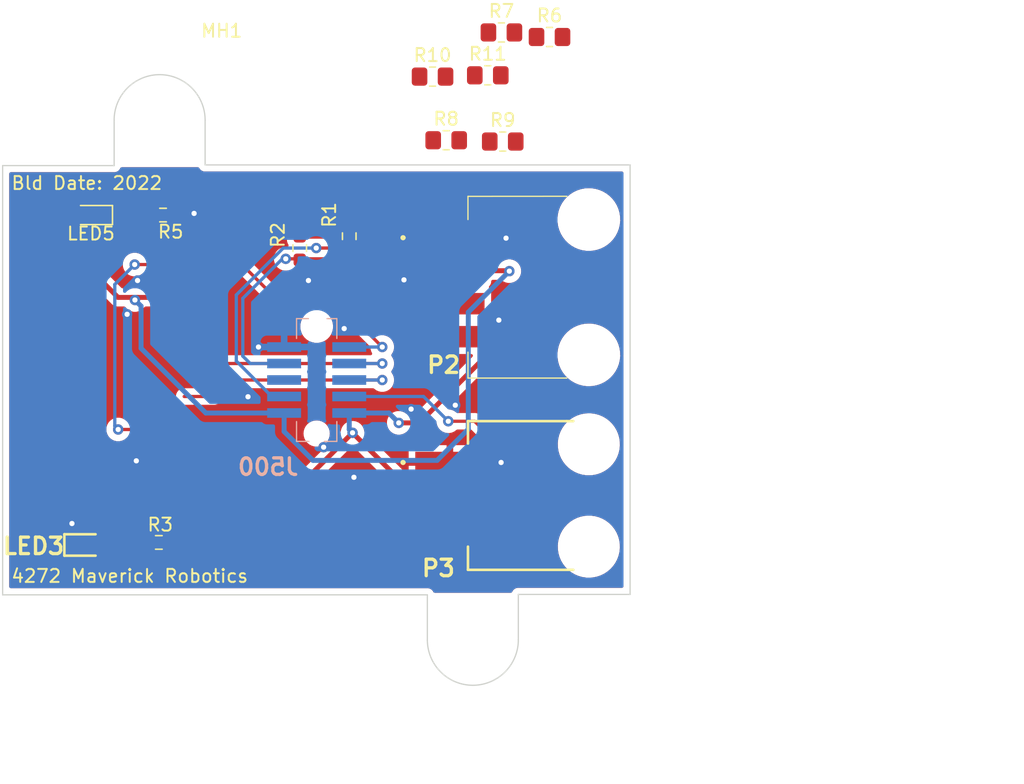
<source format=kicad_pcb>
(kicad_pcb (version 20211014) (generator pcbnew)
  (layers (0 "F.Cu" signal) (31 "B.Cu" signal) (34 "B.Paste" user) (35 "F.Paste" user) (36 "B.SilkS" user "B.Silkscreen") (37 "F.SilkS" user "F.Silkscreen") (38 "B.Mask" user) (39 "F.Mask" user) (44 "Edge.Cuts" user))
  (net 0 "")
  (net 1 "+3.3V")
  (net 2 "+5V")
  (net 3 "/ANALOG_IN")
  (net 4 "/FWD_LIM_SW")
  (net 5 "/ALT_ENC_A")
  (net 6 "/RVS_LIM_SW")
  (net 7 "GND")
  (net 8 "Net-(LED5-Pad1)")
  (net 9 "Net-(LED3-Pad2)")
  (net 10 "Net-(P2-Pad2)")
  (net 11 "Net-(P3-Pad2)")
  (net 12 "Net-(P1-Pad2)")
  (net 13 "unconnected-(J500-Pad5)")
  (net 14 "unconnected-(J500-Pad7)")
  (net 15 "unconnected-(J500-Pad9)")
  (net 16 "Net-(R3-Pad2)")
  (footprint "Resistor_SMD:R_0805_2012Metric_Pad1.20x1.40mm_HandSolder" (layer "F.Cu") (at 130.65 80.6)
    (fp_text reference "R8" (at 0 -1.65) (layer "F.SilkS"))
    (fp_text value "0")
    (fp_line (start -0.227064 0.735) (end 0.227064 0.735) (layer "F.SilkS") (width 0.12))
    (fp_line (start -0.227064 -0.735) (end 0.227064 -0.735) (layer "F.SilkS") (width 0.12))
    (pad "1" smd roundrect (at -1 0) (size 1.2 1.4) (layers "F.Cu" "F.Paste" "F.Mask") (roundrect_rratio 0.208333) (net 1 "+3.3V"))
    (pad "2" smd roundrect (at 1 0) (size 1.2 1.4) (layers "F.Cu" "F.Paste" "F.Mask") (roundrect_rratio 0.208333) (net 11 "Net-(P3-Pad2)"))
  )
  (footprint "Resistor_SMD:R_0805_2012Metric_Pad1.20x1.40mm_HandSolder" (layer "F.Cu") (at 135 80.7)
    (fp_text reference "R9" (at 0 -1.65) (layer "F.SilkS"))
    (fp_text value "0")
    (fp_line (start -0.227064 0.735) (end 0.227064 0.735) (layer "F.SilkS") (width 0.12))
    (fp_line (start -0.227064 -0.735) (end 0.227064 -0.735) (layer "F.SilkS") (width 0.12))
    (pad "1" smd roundrect (at -1 0) (size 1.2 1.4) (layers "F.Cu" "F.Paste" "F.Mask") (roundrect_rratio 0.208333) (net 2 "+5V"))
    (pad "2" smd roundrect (at 1 0) (size 1.2 1.4) (layers "F.Cu" "F.Paste" "F.Mask") (roundrect_rratio 0.208333) (net 11 "Net-(P3-Pad2)"))
  )
  (footprint "Resistor_SMD:R_0603_1608Metric_Pad0.98x0.95mm_HandSolder" (layer "F.Cu") (at 123.19 87.9875 90)
    (fp_text reference "R1" (at 1.6375 -1.54 90) (layer "F.SilkS"))
    (fp_text value "10K" hide)
    (fp_line (start -0.254724 0.5225) (end 0.254724 0.5225) (layer "F.SilkS") (width 0.12))
    (fp_line (start -0.254724 -0.5225) (end 0.254724 -0.5225) (layer "F.SilkS") (width 0.12))
    (pad "1" smd roundrect (at -0.9125 0 90) (size 0.975 0.95) (layers "F.Cu" "F.Paste" "F.Mask") (net 4 "/FWD_LIM_SW"))
    (pad "2" smd roundrect (at 0.9125 0 90) (size 0.975 0.95) (layers "F.Cu" "F.Paste" "F.Mask") (net 1 "+3.3V"))
  )
  (footprint "Resistor_SMD:R_0805_2012Metric_Pad1.20x1.40mm_HandSolder" (layer "F.Cu") (at 129.6 75.7)
    (fp_text reference "R10" (at 0 -1.65) (layer "F.SilkS"))
    (fp_text value "0")
    (fp_line (start -0.227064 0.735) (end 0.227064 0.735) (layer "F.SilkS") (width 0.12))
    (fp_line (start -0.227064 -0.735) (end 0.227064 -0.735) (layer "F.SilkS") (width 0.12))
    (pad "1" smd roundrect (at -1 0) (size 1.2 1.4) (layers "F.Cu" "F.Paste" "F.Mask") (roundrect_rratio 0.208333) (net 1 "+3.3V"))
    (pad "2" smd roundrect (at 1 0) (size 1.2 1.4) (layers "F.Cu" "F.Paste" "F.Mask") (roundrect_rratio 0.208333) (net 12 "Net-(P1-Pad2)"))
  )
  (footprint "" (layer "F.Cu") (at 108.600714 79 180)
    (fp_text reference "" (at 0 0) (layer "F.SilkS") (effects (font (size 1.27 1.27))))
    (fp_text value "" (at 0 0) (layer "F.SilkS") (effects (font (size 1.27 1.27))))
    (pad "" np_thru_hole circle (at 0 0 180) (size 3.2 3.2) (drill 3.2) (layers F&B.Cu *.Mask))
  )
  (footprint "MountingHole:MountingHole_3.2mm_M3" (layer "F.Cu") (at 132.7 119.1)
    (fp_text reference "MH2" hide)
    (fp_text value "MountingHole" hide)
    (pad "" np_thru_hole circle (at 0 0) (size 3.2 3.2) (drill 3.2) (layers F&B.Cu *.Mask))
  )
  (footprint "Resistor_SMD:R_0603_1608Metric_Pad0.98x0.95mm_HandSolder" (layer "F.Cu") (at 108.8625 86.36)
    (fp_text reference "R5" (at 0.5875 1.29) (layer "F.SilkS"))
    (fp_text value "301" hide)
    (fp_line (start -0.254724 -0.5225) (end 0.254724 -0.5225) (layer "F.SilkS") (width 0.12))
    (fp_line (start -0.254724 0.5225) (end 0.254724 0.5225) (layer "F.SilkS") (width 0.12))
    (pad "1" smd roundrect (at -0.9125 0) (size 0.975 0.95) (layers "F.Cu" "F.Paste" "F.Mask") (net 8 "Net-(LED5-Pad1)"))
    (pad "2" smd roundrect (at 0.9125 0) (size 0.975 0.95) (layers "F.Cu" "F.Paste" "F.Mask") (net 7 "GND"))
  )
  (footprint "import:LEDC1608X80N" (layer "F.Cu") (at 102.87 111.76)
    (fp_text reference "LED3" (at -3.97 0.09) (layer "F.SilkS") (effects (font (size 1.27 1.27) (thickness 0.254))))
    (fp_text value "LTST-C190KGKT" hide)
    (fp_line (start -1.6 0.825) (end 0.8 0.825) (layer "F.SilkS") (width 0.2))
    (fp_line (start 0.8 -0.825) (end -1.6 -0.825) (layer "F.SilkS") (width 0.2))
    (fp_line (start -1.6 -0.825) (end -1.6 0.825) (layer "F.SilkS") (width 0.2))
    (pad "1" smd rect locked (at -0.8 0) (size 0.9 0.95) (layers "F.Cu" "F.Paste" "F.Mask") (net 7 "GND"))
    (pad "2" smd rect locked (at 0.8 0) (size 0.9 0.95) (layers "F.Cu" "F.Paste" "F.Mask") (net 9 "Net-(LED3-Pad2)"))
  )
  (footprint "Resistor_SMD:R_0603_1608Metric_Pad0.98x0.95mm_HandSolder" (layer "F.Cu") (at 119.38 88.9 -90)
    (fp_text reference "R2" (at -1 1.68 90) (layer "F.SilkS"))
    (fp_text value "10K" hide)
    (fp_line (start -0.254724 -0.5225) (end 0.254724 -0.5225) (layer "F.SilkS") (width 0.12))
    (fp_line (start -0.254724 0.5225) (end 0.254724 0.5225) (layer "F.SilkS") (width 0.12))
    (pad "1" smd roundrect (at -0.9125 0 270) (size 0.975 0.95) (layers "F.Cu" "F.Paste" "F.Mask") (net 1 "+3.3V"))
    (pad "2" smd roundrect (at 0.9125 0 270) (size 0.975 0.95) (layers "F.Cu" "F.Paste" "F.Mask") (net 6 "/RVS_LIM_SW"))
  )
  (footprint "import:15917030" (layer "F.Cu") (at 138.43 107.95 90)
    (fp_text reference "P3" (at -5.6 -8.38 180) (layer "F.SilkS") (effects (font (size 1.27 1.27) (thickness 0.254))))
    (fp_text value "15-91-7030" hide)
    (fp_line (start 2.54 -11.2) (end 2.54 -11.2) (layer "F.SilkS") (width 0.2))
    (fp_line (start 5.725 -6.105) (end 5.725 1.5) (layer "F.SilkS") (width 0.2))
    (fp_line (start 2.54 -11) (end 2.54 -11) (layer "F.SilkS") (width 0.2))
    (fp_line (start 4 -6.105) (end 5.725 -6.105) (layer "F.SilkS") (width 0.2))
    (fp_line (start 5.725 1.5) (end 5.725 2) (layer "F.SilkS") (width 0.2))
    (fp_line (start -5.725 2) (end -5.725 -6.105) (layer "F.SilkS") (width 0.2))
    (fp_line (start -5.725 -6.105) (end -3.94 -6.105) (layer "F.SilkS") (width 0.2))
    (fp_arc (start 2.54 -11) (mid 2.44 -11.1) (end 2.54 -11.2) (layer "F.SilkS") (width 0.2))
    (fp_arc (start 2.54 -11.2) (mid 2.64 -11.1) (end 2.54 -11) (layer "F.SilkS") (width 0.2))
    (pad "" np_thru_hole circle (at -3.94 3.195 90) (size 3.76 3.76) (drill 3.76) (layers *.Cu *.Mask))
    (pad "" np_thru_hole circle (at 3.94 3.195 90) (size 3.76 3.76) (drill 3.76) (layers *.Cu *.Mask))
    (pad "1" smd rect (at 2.54 -7.495 90) (size 1.65 5.33) (layers "F.Cu" "F.Paste" "F.Mask") (net 7 "GND"))
    (pad "2" smd rect (at 0 -7.495 90) (size 1.65 5.33) (layers "F.Cu" "F.Paste" "F.Mask") (net 1 "+3.3V"))
    (pad "3" smd rect (at -2.54 -7.495 90) (size 1.65 5.33) (layers "F.Cu" "F.Paste" "F.Mask") (net 3 "/ANALOG_IN"))
  )
  (footprint "MountingHole:MountingHole_3.2mm_M3" (layer "F.Cu") (at 113.375 76.375)
    (fp_text reference "MH1" (at 0 -4.2) (layer "F.SilkS"))
    (fp_text value "MountingHole")
    (pad "" np_thru_hole circle (at 0 0) (size 3.2 3.2) (drill 3.2) (layers *.Cu *.Mask))
  )
  (footprint "import:0015912045" (layer "F.Cu") (at 138.43 91.915 90)
    (fp_text reference "P2" (at -5.985 -7.98 180) (layer "F.SilkS") (effects (font (size 1.27 1.27) (thickness 0.254))))
    (fp_text value "0015912045" hide)
    (fp_line (start -6.995 -6.105) (end -6.995 1.5) (layer "F.SilkS") (width 0.1))
    (fp_line (start 5.21 -6.105) (end 6.995 -6.105) (layer "F.SilkS") (width 0.1))
    (fp_line (start 3.81 -11) (end 3.81 -11) (layer "F.SilkS") (width 0.2))
    (fp_line (start 6.995 -6.105) (end 7 1.5) (layer "F.SilkS") (width 0.1))
    (fp_line (start -5 -6.105) (end -6.995 -6.105) (layer "F.SilkS") (width 0.1))
    (fp_line (start 3.81 -11.2) (end 3.81 -11.2) (layer "F.SilkS") (width 0.2))
    (fp_arc (start 3.81 -11.2) (mid 3.91 -11.1) (end 3.81 -11) (layer "F.SilkS") (width 0.2))
    (fp_arc (start 3.81 -11) (mid 3.71 -11.1) (end 3.81 -11.2) (layer "F.SilkS") (width 0.2))
    (pad "" np_thru_hole circle (at -5.21 3.195 90) (size 3.81 3.81) (drill 3.81) (layers *.Cu *.Mask))
    (pad "" np_thru_hole circle (at 5.21 3.195 90) (size 3.81 3.81) (drill 3.81) (layers *.Cu *.Mask))
    (pad "1" smd rect (at 3.81 -7.495 90) (size 1.65 5.33) (layers "F.Cu" "F.Paste" "F.Mask") (net 7 "GND"))
    (pad "2" smd rect (at 1.27 -7.495 90) (size 1.65 5.33) (layers "F.Cu" "F.Paste" "F.Mask") (net 2 "+5V"))
    (pad "3" smd rect (at -1.27 -7.495 90) (size 1.65 5.33) (layers "F.Cu" "F.Paste" "F.Mask") (net 4 "/FWD_LIM_SW"))
    (pad "4" smd rect (at -3.81 -7.495 90) (size 1.65 5.33) (layers "F.Cu" "F.Paste" "F.Mask") (net 6 "/RVS_LIM_SW"))
  )
  (footprint "Resistor_SMD:R_0805_2012Metric_Pad1.20x1.40mm_HandSolder" (layer "F.Cu") (at 134.9 72.3)
    (fp_text reference "R7" (at 0 -1.65) (layer "F.SilkS"))
    (fp_text value "0")
    (fp_line (start -0.227064 0.735) (end 0.227064 0.735) (layer "F.SilkS") (width 0.12))
    (fp_line (start -0.227064 -0.735) (end 0.227064 -0.735) (layer "F.SilkS") (width 0.12))
    (pad "1" smd roundrect (at -1 0) (size 1.2 1.4) (layers "F.Cu" "F.Paste" "F.Mask") (roundrect_rratio 0.208333) (net 2 "+5V"))
    (pad "2" smd roundrect (at 1 0) (size 1.2 1.4) (layers "F.Cu" "F.Paste" "F.Mask") (roundrect_rratio 0.208333) (net 10 "Net-(P2-Pad2)"))
  )
  (footprint "Resistor_SMD:R_0805_2012Metric_Pad1.20x1.40mm_HandSolder" (layer "F.Cu") (at 138.6 72.65)
    (fp_text reference "R6" (at 0 -1.65) (layer "F.SilkS"))
    (fp_text value "0")
    (fp_line (start -0.227064 -0.735) (end 0.227064 -0.735) (layer "F.SilkS") (width 0.12))
    (fp_line (start -0.227064 0.735) (end 0.227064 0.735) (layer "F.SilkS") (width 0.12))
    (pad "1" smd roundrect (at -1 0) (size 1.2 1.4) (layers "F.Cu" "F.Paste" "F.Mask") (roundrect_rratio 0.208333) (net 10 "Net-(P2-Pad2)"))
    (pad "2" smd roundrect (at 1 0) (size 1.2 1.4) (layers "F.Cu" "F.Paste" "F.Mask") (roundrect_rratio 0.208333) (net 1 "+3.3V"))
  )
  (footprint "Resistor_SMD:R_0603_1608Metric_Pad0.98x0.95mm_HandSolder" (layer "F.Cu") (at 108.54 111.565 180)
    (fp_text reference "R3" (at -0.11 1.365) (layer "F.SilkS"))
    (fp_text value "137" hide)
    (fp_line (start -0.254724 -0.5225) (end 0.254724 -0.5225) (layer "F.SilkS") (width 0.12))
    (fp_line (start -0.254724 0.5225) (end 0.254724 0.5225) (layer "F.SilkS") (width 0.12))
    (pad "1" smd roundrect (at -0.9125 0 180) (size 0.975 0.95) (layers "F.Cu" "F.Paste" "F.Mask") (net 1 "+3.3V"))
    (pad "2" smd roundrect (at 0.9125 0 180) (size 0.975 0.95) (layers "F.Cu" "F.Paste" "F.Mask") (net 16 "Net-(R3-Pad2)"))
  )
  (footprint "LED_SMD:LED_0603_1608Metric_Pad1.05x0.95mm_HandSolder" (layer "F.Cu") (at 103.3125 86.36 180)
    (fp_text reference "LED5" (at 0 -1.43 180) (layer "F.SilkS"))
    (fp_text value "LTST-C190KGKT")
    (fp_line (start -1.66 0.735) (end 0.8 0.735) (layer "F.SilkS") (width 0.12))
    (fp_line (start -1.66 -0.735) (end -1.66 0.735) (layer "F.SilkS") (width 0.12))
    (fp_line (start 0.8 -0.735) (end -1.66 -0.735) (layer "F.SilkS") (width 0.12))
    (pad "1" smd roundrect (at -0.875 0 180) (size 1.05 0.95) (layers "F.Cu" "F.Paste" "F.Mask") (net 8 "Net-(LED5-Pad1)"))
    (pad "2" smd roundrect (at 0.875 0 180) (size 1.05 0.95) (layers "F.Cu" "F.Paste" "F.Mask") (net 2 "+5V"))
  )
  (footprint "Resistor_SMD:R_0805_2012Metric_Pad1.20x1.40mm_HandSolder" (layer "F.Cu") (at 133.85 75.6)
    (fp_text reference "R11" (at 0 -1.65) (layer "F.SilkS"))
    (fp_text value "0")
    (fp_line (start -0.227064 0.735) (end 0.227064 0.735) (layer "F.SilkS") (width 0.12))
    (fp_line (start -0.227064 -0.735) (end 0.227064 -0.735) (layer "F.SilkS") (width 0.12))
    (pad "1" smd roundrect (at -1 0) (size 1.2 1.4) (layers "F.Cu" "F.Paste" "F.Mask") (roundrect_rratio 0.208333) (net 2 "+5V"))
    (pad "2" smd roundrect (at 1 0) (size 1.2 1.4) (layers "F.Cu" "F.Paste" "F.Mask") (roundrect_rratio 0.208333) (net 12 "Net-(P1-Pad2)"))
  )
  (footprint "import:M503110542_MOD" (layer "B.Cu") (at 120.685 99.06 90)
    (fp_text reference "J500" (at -6.69 -3.735) (layer "B.SilkS") (effects (font (size 1.27 1.27) (thickness 0.254)) (justify mirror)))
    (fp_text value "M50-3110542" hide)
    (fp_line (start -4.725 0.6) (end -4.725 1.55) (layer "B.SilkS") (width 0.1))
    (fp_line (start 4.725 -1.55) (end 4.725 -0.635) (layer "B.SilkS") (width 0.1))
    (fp_line (start -4.725 -1.55) (end -3.2 -1.55) (layer "B.SilkS") (width 0.1))
    (fp_line (start 4.725 1.55) (end 4.725 0.8) (layer "B.SilkS") (width 0.1))
    (fp_line (start 3.2 1.55) (end 4.725 1.55) (layer "B.SilkS") (width 0.1))
    (fp_line (start 3.2 -1.55) (end 4.725 -1.55) (layer "B.SilkS") (width 0.1))
    (fp_line (start -4.725 1.55) (end -3.2 1.55) (layer "B.SilkS") (width 0.1))
    (fp_line (start -4.725 -0.6) (end -4.725 -1.55) (layer "B.SilkS") (width 0.1))
    (pad "" np_thru_hole circle (at 4.12 0 90) (size 1.5 1.5) (drill 1.5) (layers *.Cu *.Mask))
    (pad "" np_thru_hole circle (at -4.12 0 90) (size 1 1) (drill 1) (layers *.Cu *.Mask))
    (pad "1" smd rect (at -2.54 2.505 90) (size 0.74 2.61) (layers "B.Cu" "B.Paste" "B.Mask") (net 1 "+3.3V"))
    (pad "2" smd rect (at -2.54 -2.505 90) (size 0.74 2.61) (layers "B.Cu" "B.Paste" "B.Mask") (net 2 "+5V"))
    (pad "3" smd rect (at -1.27 2.505 90) (size 0.74 2.61) (layers "B.Cu" "B.Paste" "B.Mask") (net 3 "/ANALOG_IN"))
    (pad "4" smd rect (at -1.27 -2.505 90) (size 0.74 2.61) (layers "B.Cu" "B.Paste" "B.Mask") (net 4 "/FWD_LIM_SW"))
    (pad "5" smd rect (at 0 2.505 90) (size 0.74 2.61) (layers "B.Cu" "B.Paste" "B.Mask") (net 13 "unconnected-(J500-Pad5)"))
    (pad "6" smd rect (at 0 -2.505 90) (size 0.74 2.61) (layers "B.Cu" "B.Paste" "B.Mask") (net 5 "/ALT_ENC_A"))
    (pad "7" smd rect (at 1.27 2.505 90) (size 0.74 2.61) (layers "B.Cu" "B.Paste" "B.Mask") (net 14 "unconnected-(J500-Pad7)"))
    (pad "8" smd rect (at 1.27 -2.505 90) (size 0.74 2.61) (layers "B.Cu" "B.Paste" "B.Mask") (net 6 "/RVS_LIM_SW"))
    (pad "9" smd rect (at 2.54 2.505 90) (size 0.74 2.61) (layers "B.Cu" "B.Paste" "B.Mask") (net 15 "unconnected-(J500-Pad9)"))
    (pad "10" smd rect (at 2.54 -2.505 90) (size 0.74 2.61) (layers "B.Cu" "B.Paste" "B.Mask") (net 7 "GND"))
  )
  (gr_line (start 105.1 79.05) (end 105.1 82.55) (layer "Edge.Cuts") (width 0.1))
  (gr_line (start 136.200714 119.07) (end 136.200714 115.57) (layer "Edge.Cuts") (width 0.1))
  (gr_arc (start 136.200714 119.07) (mid 132.715649 122.570033) (end 129.200714 119.1) (layer "Edge.Cuts") (width 0.1))
  (gr_line (start 129.200714 119.1) (end 129.200714 115.6) (layer "Edge.Cuts") (width 0.1))
  (gr_arc (start 105.1 79.05) (mid 108.6 75.55) (end 112.1 79.05) (layer "Edge.Cuts") (width 0.1))
  (gr_line (start 96.52 82.55) (end 105.1 82.55) (layer "Edge.Cuts") (width 0.1))
  (gr_line (start 112.1 79.05) (end 112.1 82.5) (layer "Edge.Cuts") (width 0.1))
  (gr_line (start 144.8 82.5) (end 144.8 115.57) (layer "Edge.Cuts") (width 0.1))
  (gr_line (start 144.8 115.57) (end 136.200714 115.57) (layer "Edge.Cuts") (width 0.1))
  (gr_line (start 96.52 115.6) (end 96.52 82.55) (layer "Edge.Cuts") (width 0.1))
  (gr_line (start 129.200714 115.6) (end 96.52 115.6) (layer "Edge.Cuts") (width 0.1))
  (gr_line (start 112.1 82.5) (end 144.8 82.5) (layer "Edge.Cuts") (width 0.1))
  (gr_text "4272 Maverick Robotics" (at 106.3 114.15) (layer "F.SilkS") (effects (font (size 1 1))))
  (gr_text "Bld Date: 2022" (at 103 83.9) (layer "F.SilkS") (effects (font (size 1 1))))
  (segment (start 123.19 87.075) (end 123.19 87.26) (width 0.381) (layer "F.Cu") (net 1))
  (segment (start 124.159 86.106) (end 136.398 86.106) (width 0.381) (layer "F.Cu") (net 1))
  (segment (start 123.444 103.124) (end 118.618 107.95) (width 0.381) (layer "F.Cu") (net 1))
  (segment (start 115.035 111.565) (end 109.4525 111.565) (width 0.381) (layer "F.Cu") (net 1))
  (segment (start 123.19 87.075) (end 124.159 86.106) (width 0.381) (layer "F.Cu") (net 1))
  (segment (start 137.414 93.517) (end 130.9405 99.9905) (width 0.381) (layer "F.Cu") (net 1))
  (segment (start 128.569 102.362) (end 127 102.362) (width 0.381) (layer "F.Cu") (net 1))
  (segment (start 136.398 86.106) (end 137.414 87.122) (width 0.381) (layer "F.Cu") (net 1))
  (segment (start 130.9405 99.9905) (end 130.6905 100.2405) (width 0.381) (layer "F.Cu") (net 1))
  (segment (start 130.6905 100.2405) (end 128.569 102.362) (width 0.381) (layer "F.Cu") (net 1))
  (segment (start 118.618 107.95) (end 118.618 107.982) (width 0.381) (layer "F.Cu") (net 1))
  (segment (start 118.618 107.982) (end 115.035 111.565) (width 0.381) (layer "F.Cu") (net 1))
  (segment (start 123.444 103.124) (end 128.27 107.95) (width 0.381) (layer "F.Cu") (net 1))
  (segment (start 128.27 107.95) (end 130.935 107.95) (width 0.381) (layer "F.Cu") (net 1))
  (segment (start 122.4625 87.9875) (end 119.38 87.9875) (width 0.381) (layer "F.Cu") (net 1))
  (segment (start 123.19 87.26) (end 122.4625 87.9875) (width 0.381) (layer "F.Cu") (net 1))
  (segment (start 137.414 87.122) (end 137.414 93.517) (width 0.381) (layer "F.Cu") (net 1))
  (via (at 127 102.362) (size 0.8) (drill 0.4) (layers "F.Cu" "B.Cu") (net 1))
  (via (at 123.444 103.124) (size 0.8) (drill 0.4) (layers "F.Cu" "B.Cu") (net 1))
  (segment (start 127 102.362) (end 126.238 101.6) (width 0.381) (layer "B.Cu") (net 1))
  (segment (start 126.238 101.6) (end 123.19 101.6) (width 0.381) (layer "B.Cu") (net 1))
  (segment (start 123.19 101.6) (end 123.19 102.87) (width 0.381) (layer "B.Cu") (net 1))
  (segment (start 123.19 102.87) (end 123.444 103.124) (width 0.381) (layer "B.Cu") (net 1))
  (segment (start 135.476 90.645) (end 135.509 90.678) (width 0.381) (layer "F.Cu") (net 2))
  (segment (start 106.5 92.7) (end 105.4 92.7) (width 0.381) (layer "F.Cu") (net 2))
  (segment (start 106.7 92.9) (end 106.5 92.7) (width 0.381) (layer "F.Cu") (net 2))
  (segment (start 130.935 90.645) (end 135.476 90.645) (width 0.381) (layer "F.Cu") (net 2))
  (segment (start 110.48 92.7) (end 110.49 92.71) (width 0.381) (layer "F.Cu") (net 2))
  (segment (start 106.9 92.7) (end 110.48 92.7) (width 0.381) (layer "F.Cu") (net 2))
  (segment (start 102.5125 89.8125) (end 102.5125 86.36) (width 0.381) (layer "F.Cu") (net 2))
  (segment (start 106.7 92.9) (end 106.9 92.7) (width 0.381) (layer "F.Cu") (net 2))
  (segment (start 105.4 92.7) (end 102.5125 89.8125) (width 0.381) (layer "F.Cu") (net 2))
  (via (at 106.7 92.9) (size 0.8) (drill 0.4) (layers "F.Cu" "B.Cu") (net 2))
  (via (at 135.509 90.678) (size 0.8) (drill 0.4) (layers "F.Cu" "B.Cu") (net 2))
  (segment (start 107.172349 96.618663) (end 112.153686 101.6) (width 0.381) (layer "B.Cu") (net 2))
  (segment (start 106.7 92.9) (end 107.172349 93.372349) (width 0.381) (layer "B.Cu") (net 2))
  (segment (start 132.35 93.837) (end 132.35 102.85) (width 0.381) (layer "B.Cu") (net 2))
  (segment (start 120.4 105.25) (end 118.18 103.03) (width 0.381) (layer "B.Cu") (net 2))
  (segment (start 129.95 105.25) (end 120.4 105.25) (width 0.381) (layer "B.Cu") (net 2))
  (segment (start 132.35 102.85) (end 129.95 105.25) (width 0.381) (layer "B.Cu") (net 2))
  (segment (start 112.153686 101.6) (end 118.18 101.6) (width 0.381) (layer "B.Cu") (net 2))
  (segment (start 118.18 103.03) (end 118.18 101.6) (width 0.381) (layer "B.Cu") (net 2))
  (segment (start 107.172349 93.372349) (end 107.172349 96.618663) (width 0.381) (layer "B.Cu") (net 2))
  (segment (start 135.509 90.678) (end 132.35 93.837) (width 0.381) (layer "B.Cu") (net 2))
  (segment (start 135.599 104.999) (end 132.835 102.235) (width 0.25) (layer "F.Cu") (net 3))
  (segment (start 132.66 110.49) (end 135.599 107.551) (width 0.25) (layer "F.Cu") (net 3))
  (segment (start 135.599 107.551) (end 135.599 104.999) (width 0.25) (layer "F.Cu") (net 3))
  (segment (start 130.935 110.49) (end 132.66 110.49) (width 0.25) (layer "F.Cu") (net 3))
  (segment (start 132.835 102.235) (end 130.81 102.235) (width 0.25) (layer "F.Cu") (net 3))
  (via (at 130.81 102.235) (size 0.8) (drill 0.4) (layers "F.Cu" "B.Cu") (net 3))
  (segment (start 130.81 102.235) (end 128.905 100.33) (width 0.25) (layer "B.Cu") (net 3))
  (segment (start 128.905 100.33) (end 123.19 100.33) (width 0.25) (layer "B.Cu") (net 3))
  (segment (start 123.19 88.9) (end 127.475 93.185) (width 0.25) (layer "F.Cu") (net 4))
  (segment (start 127.475 93.185) (end 130.935 93.185) (width 0.25) (layer "F.Cu") (net 4))
  (segment (start 120.65 88.9) (end 123.19 88.9) (width 0.25) (layer "F.Cu") (net 4))
  (via (at 120.65 88.9) (size 0.8) (drill 0.4) (layers "F.Cu" "B.Cu") (net 4))
  (segment (start 117.23 100.33) (end 118.18 100.33) (width 0.25) (layer "B.Cu") (net 4))
  (segment (start 120.65 88.9) (end 118.11 88.9) (width 0.25) (layer "B.Cu") (net 4))
  (segment (start 114.5 92.51) (end 114.5 97.6) (width 0.25) (layer "B.Cu") (net 4))
  (segment (start 118.11 88.9) (end 114.5 92.51) (width 0.25) (layer "B.Cu") (net 4))
  (segment (start 114.5 97.6) (end 117.23 100.33) (width 0.25) (layer "B.Cu") (net 4))
  (segment (start 118.304799 89.729799) (end 123.329799 89.729799) (width 0.25) (layer "F.Cu") (net 6))
  (segment (start 129.325 95.725) (end 130.935 95.725) (width 0.25) (layer "F.Cu") (net 6))
  (segment (start 123.329799 89.729799) (end 129.325 95.725) (width 0.25) (layer "F.Cu") (net 6))
  (via (at 118.304799 89.729799) (size 0.8) (drill 0.4) (layers "F.Cu" "B.Cu") (net 6))
  (segment (start 118.042201 89.729799) (end 115 92.772) (width 0.25) (layer "B.Cu") (net 6))
  (segment (start 115.57 97.79) (end 118.18 97.79) (width 0.25) (layer "B.Cu") (net 6))
  (segment (start 115 97.22) (end 115.57 97.79) (width 0.25) (layer "B.Cu") (net 6))
  (segment (start 115 92.772) (end 115 97.22) (width 0.25) (layer "B.Cu") (net 6))
  (segment (start 118.304799 89.729799) (end 118.042201 89.729799) (width 0.25) (layer "B.Cu") (net 6))
  (segment (start 109.775 86.36) (end 111.125 86.36) (width 0.381) (layer "F.Cu") (net 7))
  (segment (start 110.49 105.41) (end 106.934 105.41) (width 0.381) (layer "F.Cu") (net 7))
  (segment (start 102.07 110.325) (end 101.854 110.109) (width 0.381) (layer "F.Cu") (net 7))
  (segment (start 111.125 86.36) (end 111.252 86.233) (width 0.381) (layer "F.Cu") (net 7))
  (segment (start 102.07 111.76) (end 102.07 110.325) (width 0.381) (layer "F.Cu") (net 7))
  (segment (start 130.935 105.41) (end 134.874 105.41) (width 0.381) (layer "F.Cu") (net 7))
  (segment (start 106.934 105.41) (end 106.807 105.283) (width 0.381) (layer "F.Cu") (net 7))
  (via (at 121.218138 104.232632) (size 0.8) (drill 0.4) (layers "F.Cu" "B.Cu") (net 7))
  (via (at 134.7 94.45) (size 0.8) (drill 0.4) (layers "F.Cu" "B.Cu") (net 7))
  (via (at 122.8 95.1) (size 0.8) (drill 0.4) (layers "F.Cu" "B.Cu") (net 7))
  (via (at 120.05 91.4) (size 0.8) (drill 0.4) (layers "F.Cu" "B.Cu") (net 7))
  (via (at 101.854 110.109) (size 0.8) (drill 0.4) (layers "F.Cu" "B.Cu") (net 7))
  (via (at 127.4 91.35) (size 0.8) (drill 0.4) (layers "F.Cu" "B.Cu") (net 7))
  (via (at 127.95 101.3) (size 0.8) (drill 0.4) (layers "F.Cu" "B.Cu") (net 7))
  (via (at 106.9 91.4) (size 0.8) (drill 0.4) (layers "F.Cu" "B.Cu") (net 7))
  (via (at 134.874 105.41) (size 0.8) (drill 0.4) (layers "F.Cu" "B.Cu") (net 7))
  (via (at 106.807 105.283) (size 0.8) (drill 0.4) (layers "F.Cu" "B.Cu") (net 7))
  (via (at 123.55 106.55) (size 0.8) (drill 0.4) (layers "F.Cu" "B.Cu") (net 7))
  (via (at 131.35 101) (size 0.8) (drill 0.4) (layers "F.Cu" "B.Cu") (net 7))
  (via (at 106.1 94) (size 0.8) (drill 0.4) (layers "F.Cu" "B.Cu") (net 7))
  (via (at 115.4 100.35) (size 0.8) (drill 0.4) (layers "F.Cu" "B.Cu") (net 7))
  (via (at 135.255 88.138) (size 0.8) (drill 0.4) (layers "F.Cu" "B.Cu") (net 7))
  (via (at 116.205 96.52) (size 0.8) (drill 0.4) (layers "F.Cu" "B.Cu") (net 7))
  (via (at 111.252 86.233) (size 0.8) (drill 0.4) (layers "F.Cu" "B.Cu") (net 7))
  (segment (start 116.205 96.52) (end 118.18 96.52) (width 0.381) (layer "B.Cu") (net 7))
  (segment (start 104.1125 86.36) (end 107.95 86.36) (width 0.25) (layer "F.Cu") (net 8))
  (segment (start 103.67 111.76) (end 107.4325 111.76) (width 0.25) (layer "F.Cu") (net 9))
  (segment (start 107.4325 111.76) (end 107.6275 111.565) (width 0.25) (layer "F.Cu") (net 9))
  (segment (start 110.49 100.33) (end 112.77 100.33) (width 0.25) (layer "F.Cu") (net 13))
  (segment (start 112.77 100.33) (end 114.04 99.06) (width 0.25) (layer "F.Cu") (net 13))
  (segment (start 114.04 99.06) (end 125.73 99.06) (width 0.25) (layer "F.Cu") (net 13))
  (via (at 125.73 99.06) (size 0.8) (drill 0.4) (layers "F.Cu" "B.Cu") (net 13))
  (segment (start 125.73 99.06) (end 123.19 99.06) (width 0.25) (layer "B.Cu") (net 13))
  (segment (start 125.73 97.79) (end 110.49 97.79) (width 0.25) (layer "F.Cu") (net 14))
  (via (at 125.73 97.79) (size 0.8) (drill 0.4) (layers "F.Cu" "B.Cu") (net 14))
  (segment (start 125.73 97.79) (end 123.19 97.79) (width 0.25) (layer "B.Cu") (net 14))
  (segment (start 125.73 96.52) (end 122.51 93.3) (width 0.25) (layer "F.Cu") (net 15))
  (segment (start 118.065 93.3) (end 114.935 90.17) (width 0.25) (layer "F.Cu") (net 15))
  (segment (start 110.49 102.87) (end 105.41 102.87) (width 0.25) (layer "F.Cu") (net 15))
  (segment (start 122.51 93.3) (end 118.065 93.3) (width 0.25) (layer "F.Cu") (net 15))
  (segment (start 114.935 90.17) (end 106.68 90.17) (width 0.25) (layer "F.Cu") (net 15))
  (via (at 105.41 102.87) (size 0.8) (drill 0.4) (layers "F.Cu" "B.Cu") (net 15))
  (via (at 125.73 96.52) (size 0.8) (drill 0.4) (layers "F.Cu" "B.Cu") (net 15))
  (via (at 106.68 90.17) (size 0.8) (drill 0.4) (layers "F.Cu" "B.Cu") (net 15))
  (segment (start 105.15 102.61) (end 105.15 91.7) (width 0.25) (layer "B.Cu") (net 15))
  (segment (start 105.15 91.7) (end 106.68 90.17) (width 0.25) (layer "B.Cu") (net 15))
  (segment (start 125.73 96.52) (end 123.19 96.52) (width 0.25) (layer "B.Cu") (net 15))
  (segment (start 105.41 102.87) (end 105.15 102.61) (width 0.25) (layer "B.Cu") (net 15))
  (zone (net 7) (net_name "GND") (layer "F.Cu") (connect_pads (clearance 0.508)) (min_thickness 0.254) (fill yes (thermal_gap 0.508) (thermal_bridge_width 0.508))
    (polygon (pts (xy 144.653 115.443) (xy 96.647 115.443) (xy 96.647 82.677) (xy 144.653 82.677)))
  )
  (zone (net 7) (net_name "GND") (layer "B.Cu") (connect_pads (clearance 0.508)) (min_thickness 0.254) (fill yes (thermal_gap 0.508) (thermal_bridge_width 0.508))
    (polygon (pts (xy 144.653 115.443) (xy 96.647 115.443) (xy 96.647 82.677) (xy 144.653 82.677)))
  )
)
</source>
